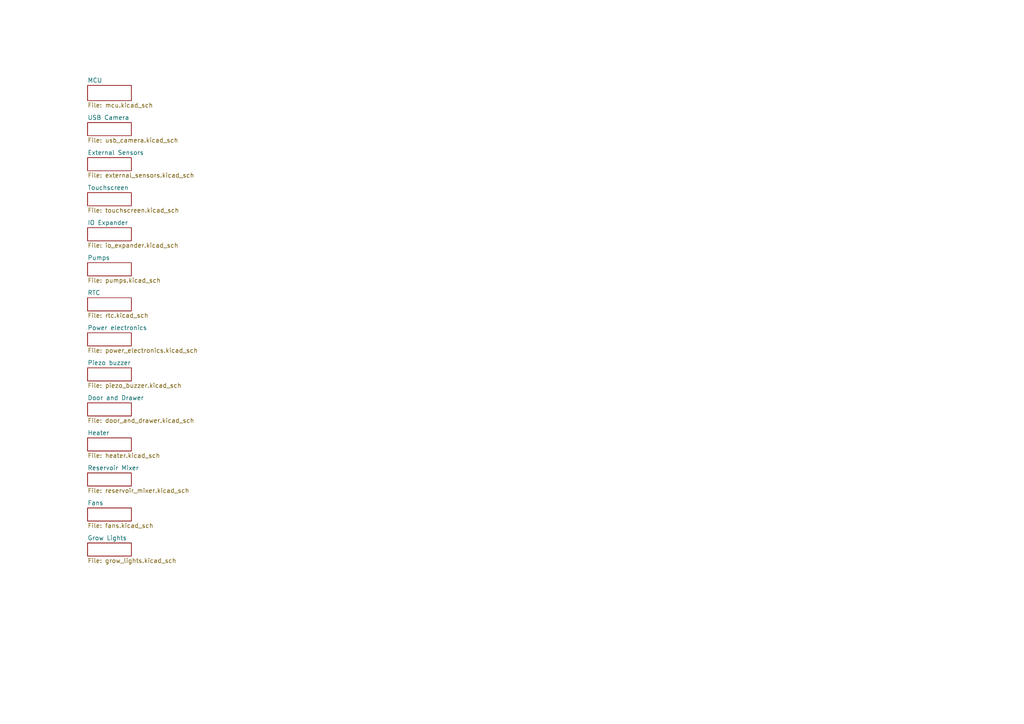
<source format=kicad_sch>
(kicad_sch
	(version 20231120)
	(generator "eeschema")
	(generator_version "8.0")
	(uuid "cb0ba87e-5c76-415c-896a-7fba1b606227")
	(paper "A4")
	(lib_symbols)
	(sheet
		(at 25.4 86.36)
		(size 12.7 3.81)
		(fields_autoplaced yes)
		(stroke
			(width 0.1524)
			(type solid)
		)
		(fill
			(color 0 0 0 0.0000)
		)
		(uuid "15247bbf-d80e-484f-a31b-15b21e3d0747")
		(property "Sheetname" "RTC"
			(at 25.4 85.6484 0)
			(effects
				(font
					(size 1.27 1.27)
				)
				(justify left bottom)
			)
		)
		(property "Sheetfile" "rtc.kicad_sch"
			(at 25.4 90.7546 0)
			(effects
				(font
					(size 1.27 1.27)
				)
				(justify left top)
			)
		)
		(instances
			(project "growth_module_pcb"
				(path "/cb0ba87e-5c76-415c-896a-7fba1b606227"
					(page "9")
				)
			)
		)
	)
	(sheet
		(at 25.4 96.52)
		(size 12.7 3.81)
		(fields_autoplaced yes)
		(stroke
			(width 0.1524)
			(type solid)
		)
		(fill
			(color 0 0 0 0.0000)
		)
		(uuid "1cb9ef84-36a5-43e3-ad3d-d96bfd4316d7")
		(property "Sheetname" "Power electronics"
			(at 25.4 95.8084 0)
			(effects
				(font
					(size 1.27 1.27)
				)
				(justify left bottom)
			)
		)
		(property "Sheetfile" "power_electronics.kicad_sch"
			(at 25.4 100.9146 0)
			(effects
				(font
					(size 1.27 1.27)
				)
				(justify left top)
			)
		)
		(instances
			(project "growth_module_pcb"
				(path "/cb0ba87e-5c76-415c-896a-7fba1b606227"
					(page "10")
				)
			)
		)
	)
	(sheet
		(at 25.4 116.84)
		(size 12.7 3.81)
		(fields_autoplaced yes)
		(stroke
			(width 0.1524)
			(type solid)
		)
		(fill
			(color 0 0 0 0.0000)
		)
		(uuid "22a8ad64-3f62-4b99-afc8-f08ca84739ff")
		(property "Sheetname" "Door and Drawer"
			(at 25.4 116.1284 0)
			(effects
				(font
					(size 1.27 1.27)
				)
				(justify left bottom)
			)
		)
		(property "Sheetfile" "door_and_drawer.kicad_sch"
			(at 25.4 121.2346 0)
			(effects
				(font
					(size 1.27 1.27)
				)
				(justify left top)
			)
		)
		(instances
			(project "growth_module_pcb"
				(path "/cb0ba87e-5c76-415c-896a-7fba1b606227"
					(page "12")
				)
			)
		)
	)
	(sheet
		(at 25.4 76.2)
		(size 12.7 3.81)
		(fields_autoplaced yes)
		(stroke
			(width 0.1524)
			(type solid)
		)
		(fill
			(color 0 0 0 0.0000)
		)
		(uuid "246f7b13-b245-4834-bf2b-425097e43f40")
		(property "Sheetname" "Pumps"
			(at 25.4 75.4884 0)
			(effects
				(font
					(size 1.27 1.27)
				)
				(justify left bottom)
			)
		)
		(property "Sheetfile" "pumps.kicad_sch"
			(at 25.4 80.5946 0)
			(effects
				(font
					(size 1.27 1.27)
				)
				(justify left top)
			)
		)
		(instances
			(project "growth_module_pcb"
				(path "/cb0ba87e-5c76-415c-896a-7fba1b606227"
					(page "7")
				)
			)
		)
	)
	(sheet
		(at 25.4 147.32)
		(size 12.7 3.81)
		(fields_autoplaced yes)
		(stroke
			(width 0.1524)
			(type solid)
		)
		(fill
			(color 0 0 0 0.0000)
		)
		(uuid "3e1eabb0-87f0-4e20-bb85-253917c28c36")
		(property "Sheetname" "Fans"
			(at 25.4 146.6084 0)
			(effects
				(font
					(size 1.27 1.27)
				)
				(justify left bottom)
			)
		)
		(property "Sheetfile" "fans.kicad_sch"
			(at 25.4 151.7146 0)
			(effects
				(font
					(size 1.27 1.27)
				)
				(justify left top)
			)
		)
		(instances
			(project "growth_module_pcb"
				(path "/cb0ba87e-5c76-415c-896a-7fba1b606227"
					(page "15")
				)
			)
		)
	)
	(sheet
		(at 25.4 45.72)
		(size 12.7 3.81)
		(fields_autoplaced yes)
		(stroke
			(width 0.1524)
			(type solid)
		)
		(fill
			(color 0 0 0 0.0000)
		)
		(uuid "3e5195a4-a351-4e3c-96d1-395243009122")
		(property "Sheetname" "External Sensors"
			(at 25.4 45.0084 0)
			(effects
				(font
					(size 1.27 1.27)
				)
				(justify left bottom)
			)
		)
		(property "Sheetfile" "external_sensors.kicad_sch"
			(at 25.4 50.1146 0)
			(effects
				(font
					(size 1.27 1.27)
				)
				(justify left top)
			)
		)
		(instances
			(project "growth_module_pcb"
				(path "/cb0ba87e-5c76-415c-896a-7fba1b606227"
					(page "4")
				)
			)
		)
	)
	(sheet
		(at 25.4 66.04)
		(size 12.7 3.81)
		(fields_autoplaced yes)
		(stroke
			(width 0.1524)
			(type solid)
		)
		(fill
			(color 0 0 0 0.0000)
		)
		(uuid "435e7b96-7ee2-4a1a-889a-eddfa4af3f3f")
		(property "Sheetname" "IO Expander"
			(at 25.4 65.3284 0)
			(effects
				(font
					(size 1.27 1.27)
				)
				(justify left bottom)
			)
		)
		(property "Sheetfile" "io_expander.kicad_sch"
			(at 25.4 70.4346 0)
			(effects
				(font
					(size 1.27 1.27)
				)
				(justify left top)
			)
		)
		(instances
			(project "growth_module_pcb"
				(path "/cb0ba87e-5c76-415c-896a-7fba1b606227"
					(page "6")
				)
			)
		)
	)
	(sheet
		(at 25.4 106.68)
		(size 12.7 3.81)
		(fields_autoplaced yes)
		(stroke
			(width 0.1524)
			(type solid)
		)
		(fill
			(color 0 0 0 0.0000)
		)
		(uuid "7e58e412-174f-4071-be1e-df923cad0c89")
		(property "Sheetname" "Piezo buzzer"
			(at 25.4 105.9684 0)
			(effects
				(font
					(size 1.27 1.27)
				)
				(justify left bottom)
			)
		)
		(property "Sheetfile" "piezo_buzzer.kicad_sch"
			(at 25.4 111.0746 0)
			(effects
				(font
					(size 1.27 1.27)
				)
				(justify left top)
			)
		)
		(instances
			(project "growth_module_pcb"
				(path "/cb0ba87e-5c76-415c-896a-7fba1b606227"
					(page "11")
				)
			)
		)
	)
	(sheet
		(at 25.4 137.16)
		(size 12.7 3.81)
		(fields_autoplaced yes)
		(stroke
			(width 0.1524)
			(type solid)
		)
		(fill
			(color 0 0 0 0.0000)
		)
		(uuid "83999093-1e82-42fc-8534-f0a977e87113")
		(property "Sheetname" "Reservoir Mixer"
			(at 25.4 136.4484 0)
			(effects
				(font
					(size 1.27 1.27)
				)
				(justify left bottom)
			)
		)
		(property "Sheetfile" "reservoir_mixer.kicad_sch"
			(at 25.4 141.5546 0)
			(effects
				(font
					(size 1.27 1.27)
				)
				(justify left top)
			)
		)
		(instances
			(project "growth_module_pcb"
				(path "/cb0ba87e-5c76-415c-896a-7fba1b606227"
					(page "14")
				)
			)
		)
	)
	(sheet
		(at 25.4 127)
		(size 12.7 3.81)
		(fields_autoplaced yes)
		(stroke
			(width 0.1524)
			(type solid)
		)
		(fill
			(color 0 0 0 0.0000)
		)
		(uuid "9cbf337b-c7a5-412c-baa6-63baee577da9")
		(property "Sheetname" "Heater"
			(at 25.4 126.2884 0)
			(effects
				(font
					(size 1.27 1.27)
				)
				(justify left bottom)
			)
		)
		(property "Sheetfile" "heater.kicad_sch"
			(at 25.4 131.3946 0)
			(effects
				(font
					(size 1.27 1.27)
				)
				(justify left top)
			)
		)
		(instances
			(project "growth_module_pcb"
				(path "/cb0ba87e-5c76-415c-896a-7fba1b606227"
					(page "13")
				)
			)
		)
	)
	(sheet
		(at 25.4 55.88)
		(size 12.7 3.81)
		(fields_autoplaced yes)
		(stroke
			(width 0.1524)
			(type solid)
		)
		(fill
			(color 0 0 0 0.0000)
		)
		(uuid "a8f00fd5-6185-4022-bcba-71959f57e6d9")
		(property "Sheetname" "Touchscreen"
			(at 25.4 55.1684 0)
			(effects
				(font
					(size 1.27 1.27)
				)
				(justify left bottom)
			)
		)
		(property "Sheetfile" "touchscreen.kicad_sch"
			(at 25.4 60.2746 0)
			(effects
				(font
					(size 1.27 1.27)
				)
				(justify left top)
			)
		)
		(instances
			(project "growth_module_pcb"
				(path "/cb0ba87e-5c76-415c-896a-7fba1b606227"
					(page "5")
				)
			)
		)
	)
	(sheet
		(at 25.4 24.765)
		(size 12.7 4.445)
		(fields_autoplaced yes)
		(stroke
			(width 0.1524)
			(type solid)
		)
		(fill
			(color 0 0 0 0.0000)
		)
		(uuid "c59713ed-1421-4e6b-941c-470a8e9e3474")
		(property "Sheetname" "MCU"
			(at 25.4 24.0534 0)
			(effects
				(font
					(size 1.27 1.27)
				)
				(justify left bottom)
			)
		)
		(property "Sheetfile" "mcu.kicad_sch"
			(at 25.4 29.7946 0)
			(effects
				(font
					(size 1.27 1.27)
				)
				(justify left top)
			)
		)
		(instances
			(project "growth_module_pcb"
				(path "/cb0ba87e-5c76-415c-896a-7fba1b606227"
					(page "2")
				)
			)
		)
	)
	(sheet
		(at 25.4 35.56)
		(size 12.7 3.81)
		(fields_autoplaced yes)
		(stroke
			(width 0.1524)
			(type solid)
		)
		(fill
			(color 0 0 0 0.0000)
		)
		(uuid "c60d6108-2ea3-44da-9b79-b71cec144012")
		(property "Sheetname" "USB Camera"
			(at 25.4 34.8484 0)
			(effects
				(font
					(size 1.27 1.27)
				)
				(justify left bottom)
			)
		)
		(property "Sheetfile" "usb_camera.kicad_sch"
			(at 25.4 39.9546 0)
			(effects
				(font
					(size 1.27 1.27)
				)
				(justify left top)
			)
		)
		(property "Field2" ""
			(at 25.4 35.56 0)
			(effects
				(font
					(size 1.27 1.27)
				)
				(hide yes)
			)
		)
		(property "Field3" ""
			(at 25.4 35.56 0)
			(effects
				(font
					(size 1.27 1.27)
				)
				(hide yes)
			)
		)
		(instances
			(project "growth_module_pcb"
				(path "/cb0ba87e-5c76-415c-896a-7fba1b606227"
					(page "4")
				)
			)
		)
	)
	(sheet
		(at 25.4 157.48)
		(size 12.7 3.81)
		(fields_autoplaced yes)
		(stroke
			(width 0.1524)
			(type solid)
		)
		(fill
			(color 0 0 0 0.0000)
		)
		(uuid "d7a9d85b-0f5d-4ba2-840a-24e1d96ba7f0")
		(property "Sheetname" "Grow Lights"
			(at 25.4 156.7684 0)
			(effects
				(font
					(size 1.27 1.27)
				)
				(justify left bottom)
			)
		)
		(property "Sheetfile" "grow_lights.kicad_sch"
			(at 25.4 161.8746 0)
			(effects
				(font
					(size 1.27 1.27)
				)
				(justify left top)
			)
		)
		(instances
			(project "growth_module_pcb"
				(path "/cb0ba87e-5c76-415c-896a-7fba1b606227"
					(page "15")
				)
			)
		)
	)
	(sheet_instances
		(path "/"
			(page "1")
		)
	)
)
</source>
